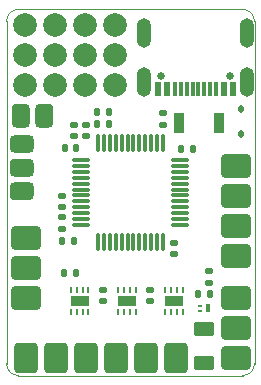
<source format=gbr>
%TF.GenerationSoftware,KiCad,Pcbnew,9.0.3-9.0.3-0~ubuntu24.04.1*%
%TF.CreationDate,2025-12-07T16:55:59+01:00*%
%TF.ProjectId,ant control board v2,616e7420-636f-46e7-9472-6f6c20626f61,2.1*%
%TF.SameCoordinates,Original*%
%TF.FileFunction,Soldermask,Top*%
%TF.FilePolarity,Negative*%
%FSLAX46Y46*%
G04 Gerber Fmt 4.6, Leading zero omitted, Abs format (unit mm)*
G04 Created by KiCad (PCBNEW 9.0.3-9.0.3-0~ubuntu24.04.1) date 2025-12-07 16:55:59*
%MOMM*%
%LPD*%
G01*
G04 APERTURE LIST*
G04 Aperture macros list*
%AMRoundRect*
0 Rectangle with rounded corners*
0 $1 Rounding radius*
0 $2 $3 $4 $5 $6 $7 $8 $9 X,Y pos of 4 corners*
0 Add a 4 corners polygon primitive as box body*
4,1,4,$2,$3,$4,$5,$6,$7,$8,$9,$2,$3,0*
0 Add four circle primitives for the rounded corners*
1,1,$1+$1,$2,$3*
1,1,$1+$1,$4,$5*
1,1,$1+$1,$6,$7*
1,1,$1+$1,$8,$9*
0 Add four rect primitives between the rounded corners*
20,1,$1+$1,$2,$3,$4,$5,0*
20,1,$1+$1,$4,$5,$6,$7,0*
20,1,$1+$1,$6,$7,$8,$9,0*
20,1,$1+$1,$8,$9,$2,$3,0*%
G04 Aperture macros list end*
%ADD10RoundRect,0.140000X0.170000X-0.140000X0.170000X0.140000X-0.170000X0.140000X-0.170000X-0.140000X0*%
%ADD11C,0.500000*%
%ADD12RoundRect,0.375000X0.375000X-0.625000X0.375000X0.625000X-0.375000X0.625000X-0.375000X-0.625000X0*%
%ADD13RoundRect,0.300000X0.970000X-0.700000X0.970000X0.700000X-0.970000X0.700000X-0.970000X-0.700000X0*%
%ADD14RoundRect,0.135000X0.135000X0.185000X-0.135000X0.185000X-0.135000X-0.185000X0.135000X-0.185000X0*%
%ADD15R,0.400000X0.250000*%
%ADD16R,0.400000X0.700000*%
%ADD17RoundRect,0.135000X0.185000X-0.135000X0.185000X0.135000X-0.185000X0.135000X-0.185000X-0.135000X0*%
%ADD18RoundRect,0.140000X-0.140000X-0.170000X0.140000X-0.170000X0.140000X0.170000X-0.140000X0.170000X0*%
%ADD19RoundRect,0.135000X-0.185000X0.135000X-0.185000X-0.135000X0.185000X-0.135000X0.185000X0.135000X0*%
%ADD20C,0.650000*%
%ADD21R,0.600000X1.150000*%
%ADD22R,0.300000X1.150000*%
%ADD23O,1.250000X2.500000*%
%ADD24RoundRect,0.300000X-0.700000X-0.970000X0.700000X-0.970000X0.700000X0.970000X-0.700000X0.970000X0*%
%ADD25RoundRect,0.112500X0.112500X-0.187500X0.112500X0.187500X-0.112500X0.187500X-0.112500X-0.187500X0*%
%ADD26C,2.000000*%
%ADD27R,0.900000X1.700000*%
%ADD28RoundRect,0.075000X-0.662500X-0.075000X0.662500X-0.075000X0.662500X0.075000X-0.662500X0.075000X0*%
%ADD29RoundRect,0.075000X-0.075000X-0.662500X0.075000X-0.662500X0.075000X0.662500X-0.075000X0.662500X0*%
%ADD30RoundRect,0.135000X-0.135000X-0.185000X0.135000X-0.185000X0.135000X0.185000X-0.135000X0.185000X0*%
%ADD31RoundRect,0.062500X0.062500X-0.187500X0.062500X0.187500X-0.062500X0.187500X-0.062500X-0.187500X0*%
%ADD32R,1.600000X0.900000*%
%ADD33RoundRect,0.375000X0.625000X0.375000X-0.625000X0.375000X-0.625000X-0.375000X0.625000X-0.375000X0*%
%ADD34RoundRect,0.140000X-0.170000X0.140000X-0.170000X-0.140000X0.170000X-0.140000X0.170000X0.140000X0*%
%ADD35RoundRect,0.140000X0.140000X0.170000X-0.140000X0.170000X-0.140000X-0.170000X0.140000X-0.170000X0*%
%ADD36RoundRect,0.300000X-0.970000X0.700000X-0.970000X-0.700000X0.970000X-0.700000X0.970000X0.700000X0*%
%ADD37RoundRect,0.250000X-0.625000X0.375000X-0.625000X-0.375000X0.625000X-0.375000X0.625000X0.375000X0*%
%TA.AperFunction,Profile*%
%ADD38C,0.050000*%
%TD*%
G04 APERTURE END LIST*
D10*
%TO.C,C15*%
X105690000Y-120730000D03*
X105690000Y-119770000D03*
%TD*%
D11*
%TO.C,J10*%
X102647200Y-119711200D03*
X102640000Y-118300000D03*
D12*
X102190000Y-119000000D03*
D11*
X101732800Y-119711200D03*
X101732800Y-118288800D03*
X100654400Y-118300000D03*
X100640000Y-119700000D03*
D12*
X100190000Y-119000000D03*
D11*
X99740000Y-119700000D03*
X99740000Y-118300000D03*
%TD*%
%TO.C,J7*%
X99721000Y-135055000D03*
X101499000Y-135055000D03*
D13*
X100610000Y-134420000D03*
D11*
X99721000Y-133785000D03*
X101499000Y-133785000D03*
X99721000Y-132515000D03*
X101499000Y-132515000D03*
D13*
X100610000Y-131880000D03*
D11*
X99721000Y-131245000D03*
X101499000Y-131245000D03*
X99721000Y-129975000D03*
X101499000Y-129975000D03*
D13*
X100610000Y-129340000D03*
D11*
X99721000Y-128705000D03*
X101499000Y-128705000D03*
%TD*%
D10*
%TO.C,C13*%
X104690000Y-120730000D03*
X104690000Y-119770000D03*
%TD*%
D14*
%TO.C,R9*%
X107680000Y-118700000D03*
X106660000Y-118700000D03*
%TD*%
D10*
%TO.C,C6*%
X107190000Y-134680000D03*
X107190000Y-133720000D03*
%TD*%
D15*
%TO.C,Q1*%
X115340000Y-135075000D03*
X115340000Y-135525000D03*
D16*
X116040000Y-135300000D03*
%TD*%
D10*
%TO.C,C18*%
X103690000Y-126730000D03*
X103690000Y-125770000D03*
%TD*%
D17*
%TO.C,R11*%
X116153000Y-133146000D03*
X116153000Y-132126000D03*
%TD*%
D18*
%TO.C,C5*%
X103890000Y-132300000D03*
X104850000Y-132300000D03*
%TD*%
D19*
%TO.C,R6*%
X103703000Y-127577000D03*
X103703000Y-128597000D03*
%TD*%
D20*
%TO.C,J3*%
X117890000Y-115680000D03*
X112110000Y-115680000D03*
D21*
X118200000Y-116755000D03*
X117400000Y-116755000D03*
D22*
X116750000Y-116755000D03*
X116250000Y-116755000D03*
X115750000Y-116755000D03*
X115250000Y-116755000D03*
X114750000Y-116755000D03*
X114250000Y-116755000D03*
X113750000Y-116755000D03*
X113250000Y-116755000D03*
D21*
X112600000Y-116755000D03*
X111800000Y-116755000D03*
D23*
X119320000Y-116180000D03*
X119320000Y-112000000D03*
X110680000Y-116180000D03*
X110680000Y-112000000D03*
%TD*%
D14*
%TO.C,R8*%
X107680000Y-119700000D03*
X106660000Y-119700000D03*
%TD*%
D11*
%TO.C,J5*%
X105055000Y-138611000D03*
X105055000Y-140389000D03*
D24*
X105690000Y-139500000D03*
D11*
X106325000Y-138611000D03*
X106325000Y-140389000D03*
X107595000Y-138611000D03*
X107595000Y-140389000D03*
D24*
X108230000Y-139500000D03*
D11*
X108865000Y-138611000D03*
X108865000Y-140389000D03*
%TD*%
%TO.C,J8*%
X117501000Y-140135000D03*
X119279000Y-140135000D03*
D13*
X118390000Y-139500000D03*
D11*
X117501000Y-138865000D03*
X119279000Y-138865000D03*
X117501000Y-137595000D03*
X119279000Y-137595000D03*
D13*
X118390000Y-136960000D03*
D11*
X117501000Y-136325000D03*
X119279000Y-136325000D03*
X117501000Y-135055000D03*
X119279000Y-135055000D03*
D13*
X118390000Y-134420000D03*
D11*
X117501000Y-133785000D03*
X119279000Y-133785000D03*
%TD*%
D18*
%TO.C,C16*%
X113810000Y-121850000D03*
X114770000Y-121850000D03*
%TD*%
D25*
%TO.C,D1*%
X118890000Y-120550000D03*
X118890000Y-118450000D03*
%TD*%
D11*
%TO.C,J6*%
X110135000Y-138611000D03*
X110135000Y-140389000D03*
D24*
X110770000Y-139500000D03*
D11*
X111405000Y-138611000D03*
X111405000Y-140389000D03*
X112675000Y-138611000D03*
X112675000Y-140389000D03*
D24*
X113310000Y-139500000D03*
D11*
X113945000Y-138611000D03*
X113945000Y-140389000D03*
%TD*%
D26*
%TO.C,U7*%
X108203000Y-111337000D03*
X108203000Y-113877000D03*
X108203000Y-116417000D03*
X105663000Y-111337000D03*
X105663000Y-113877000D03*
X105663000Y-116417000D03*
X103123000Y-111337000D03*
X103123000Y-113877000D03*
X103123000Y-116417000D03*
X100583000Y-111337000D03*
X100583000Y-113877000D03*
X100583000Y-116417000D03*
%TD*%
D27*
%TO.C,SW1*%
X116990000Y-119650000D03*
X113590000Y-119650000D03*
%TD*%
D10*
%TO.C,C7*%
X111190000Y-134680000D03*
X111190000Y-133720000D03*
%TD*%
D11*
%TO.C,J4*%
X99975000Y-138611000D03*
X99975000Y-140389000D03*
D24*
X100610000Y-139500000D03*
D11*
X101245000Y-138611000D03*
X101245000Y-140389000D03*
X102515000Y-138611000D03*
X102515000Y-140389000D03*
D24*
X103150000Y-139500000D03*
D11*
X103785000Y-138611000D03*
X103785000Y-140389000D03*
%TD*%
D28*
%TO.C,U6*%
X105337500Y-122750000D03*
X105337500Y-123250000D03*
X105337500Y-123750000D03*
X105337500Y-124250000D03*
X105337500Y-124750000D03*
X105337500Y-125250000D03*
X105337500Y-125750000D03*
X105337500Y-126250000D03*
X105337500Y-126750000D03*
X105337500Y-127250000D03*
X105337500Y-127750000D03*
X105337500Y-128250000D03*
D29*
X106750000Y-129662500D03*
X107250000Y-129662500D03*
X107750000Y-129662500D03*
X108250000Y-129662500D03*
X108750000Y-129662500D03*
X109250000Y-129662500D03*
X109750000Y-129662500D03*
X110250000Y-129662500D03*
X110750000Y-129662500D03*
X111250000Y-129662500D03*
X111750000Y-129662500D03*
X112250000Y-129662500D03*
D28*
X113662500Y-128250000D03*
X113662500Y-127750000D03*
X113662500Y-127250000D03*
X113662500Y-126750000D03*
X113662500Y-126250000D03*
X113662500Y-125750000D03*
X113662500Y-125250000D03*
X113662500Y-124750000D03*
X113662500Y-124250000D03*
X113662500Y-123750000D03*
X113662500Y-123250000D03*
X113662500Y-122750000D03*
D29*
X112250000Y-121337500D03*
X111750000Y-121337500D03*
X111250000Y-121337500D03*
X110750000Y-121337500D03*
X110250000Y-121337500D03*
X109750000Y-121337500D03*
X109250000Y-121337500D03*
X108750000Y-121337500D03*
X108250000Y-121337500D03*
X107750000Y-121337500D03*
X107250000Y-121337500D03*
X106750000Y-121337500D03*
%TD*%
D30*
%TO.C,R10*%
X115180000Y-134100000D03*
X116200000Y-134100000D03*
%TD*%
D31*
%TO.C,U2*%
X104440000Y-135650000D03*
X104940000Y-135650000D03*
X105440000Y-135650000D03*
X105940000Y-135650000D03*
X105940000Y-133750000D03*
X105440000Y-133750000D03*
X104940000Y-133750000D03*
X104440000Y-133750000D03*
D32*
X105190000Y-134700000D03*
%TD*%
D11*
%TO.C,J9*%
X100981200Y-120940896D03*
X99570000Y-120948096D03*
D33*
X100270000Y-121398096D03*
D11*
X100981200Y-121855296D03*
X99558800Y-121855296D03*
X99570000Y-122933696D03*
X100970000Y-122948096D03*
D33*
X100270000Y-123398096D03*
D11*
X100970000Y-123848096D03*
X99570000Y-123848096D03*
X99570000Y-124933696D03*
X100970000Y-124948096D03*
D33*
X100270000Y-125398096D03*
D11*
X100970000Y-125848096D03*
X99570000Y-125848096D03*
%TD*%
D34*
%TO.C,C17*%
X113220000Y-129770000D03*
X113220000Y-130730000D03*
%TD*%
D18*
%TO.C,C11*%
X103723000Y-129587000D03*
X104683000Y-129587000D03*
%TD*%
D19*
%TO.C,R7*%
X112290000Y-118790000D03*
X112290000Y-119810000D03*
%TD*%
D35*
%TO.C,C14*%
X104920000Y-121750000D03*
X103960000Y-121750000D03*
%TD*%
D11*
%TO.C,J1*%
X119279000Y-127705000D03*
X117501000Y-127705000D03*
D36*
X118390000Y-128340000D03*
D11*
X119279000Y-128975000D03*
X117501000Y-128975000D03*
X119279000Y-130245000D03*
X117501000Y-130245000D03*
D36*
X118390000Y-130880000D03*
D11*
X119279000Y-131515000D03*
X117501000Y-131515000D03*
%TD*%
D31*
%TO.C,U3*%
X108440000Y-135650000D03*
X108940000Y-135650000D03*
X109440000Y-135650000D03*
X109940000Y-135650000D03*
X109940000Y-133750000D03*
X109440000Y-133750000D03*
X108940000Y-133750000D03*
X108440000Y-133750000D03*
D32*
X109190000Y-134700000D03*
%TD*%
D31*
%TO.C,U4*%
X112440000Y-135650000D03*
X112940000Y-135650000D03*
X113440000Y-135650000D03*
X113940000Y-135650000D03*
X113940000Y-133750000D03*
X113440000Y-133750000D03*
X112940000Y-133750000D03*
X112440000Y-133750000D03*
D32*
X113190000Y-134700000D03*
%TD*%
D37*
%TO.C,D2*%
X115690000Y-137100000D03*
X115690000Y-139900000D03*
%TD*%
D11*
%TO.C,J2*%
X119279000Y-122625000D03*
X117501000Y-122625000D03*
D36*
X118390000Y-123260000D03*
D11*
X119279000Y-123895000D03*
X117501000Y-123895000D03*
X119279000Y-125165000D03*
X117501000Y-125165000D03*
D36*
X118390000Y-125800000D03*
D11*
X119279000Y-126435000D03*
X117501000Y-126435000D03*
%TD*%
D38*
X119000000Y-110000000D02*
X100000000Y-110000000D01*
X99000000Y-111000000D02*
G75*
G02*
X100000000Y-110000000I1000000J0D01*
G01*
X120000000Y-140000000D02*
X120000000Y-111000000D01*
X100000000Y-141000000D02*
X119000000Y-141000000D01*
X99000000Y-111000000D02*
X99000000Y-140000000D01*
X120000000Y-140000000D02*
G75*
G02*
X119000000Y-141000000I-1000000J0D01*
G01*
X100000000Y-141000000D02*
G75*
G02*
X99000000Y-140000000I0J1000000D01*
G01*
X119000000Y-110000000D02*
G75*
G02*
X120000000Y-111000000I0J-1000000D01*
G01*
M02*

</source>
